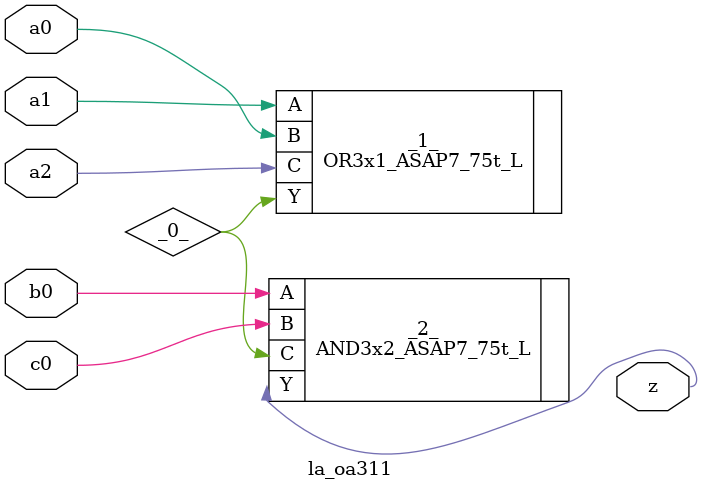
<source format=v>

/* Generated by Yosys 0.44 (git sha1 80ba43d26, g++ 11.4.0-1ubuntu1~22.04 -fPIC -O3) */

(* top =  1  *)
(* src = "inputs/la_oa311.v:10.1-23.10" *)
module la_oa311 (
    a0,
    a1,
    a2,
    b0,
    c0,
    z
);
  wire _0_;
  (* src = "inputs/la_oa311.v:13.12-13.14" *)
  input a0;
  wire a0;
  (* src = "inputs/la_oa311.v:14.12-14.14" *)
  input a1;
  wire a1;
  (* src = "inputs/la_oa311.v:15.12-15.14" *)
  input a2;
  wire a2;
  (* src = "inputs/la_oa311.v:16.12-16.14" *)
  input b0;
  wire b0;
  (* src = "inputs/la_oa311.v:17.12-17.14" *)
  input c0;
  wire c0;
  (* src = "inputs/la_oa311.v:18.12-18.13" *)
  output z;
  wire z;
  OR3x1_ASAP7_75t_L _1_ (
      .A(a1),
      .B(a0),
      .C(a2),
      .Y(_0_)
  );
  AND3x2_ASAP7_75t_L _2_ (
      .A(b0),
      .B(c0),
      .C(_0_),
      .Y(z)
  );
endmodule

</source>
